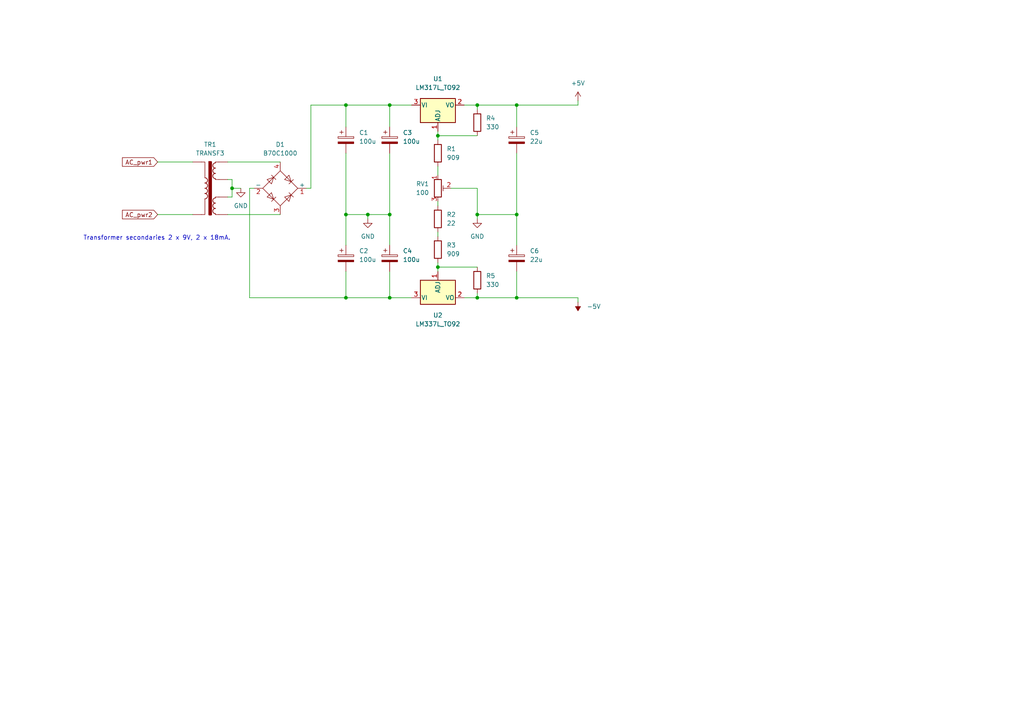
<source format=kicad_sch>
(kicad_sch (version 20230121) (generator eeschema)
  (paper "A4")
  (title_block (title "Symmetric supply"))
  (lib_symbols
    (symbol "Device:C_Polarized" (pin_numbers hide) (pin_names (offset 0.254))
      (property "Reference" "C" (at 0.635 2.54 0))
      (property "Value" "C_Polarized" (at 0.635 -2.54 0))
      (symbol "C_Polarized_0_1"
        (rectangle (start -2.286 0.508) (end 2.286 1.016))
        (polyline (pts (xy -1.778 2.286) (xy -0.762 2.286)))
        (polyline (pts (xy -1.27 2.794) (xy -1.27 1.778)))
        (rectangle (start 2.286 -0.508) (end -2.286 -1.016) (fill (type outline)))
      )
      (symbol "C_Polarized_1_1"
        (pin passive line (at 0 3.81 270) (length 2.794) (name "~") (number "1"))
        (pin passive line (at 0 -3.81 90) (length 2.794) (name "~") (number "2"))
      )
    )
    (symbol "Device:R" (pin_numbers hide) (pin_names (offset 0))
      (property "Reference" "R" (at 2.032 0 90))
      (property "Value" "R" (at 0 0 90))
      (symbol "R_0_1"
        (rectangle (start -1.016 -2.54) (end 1.016 2.54) (stroke (width 0.254)))
      )
      (symbol "R_1_1"
        (pin passive line (at 0 3.81 270) (length 1.27) (name "~") (number "1"))
        (pin passive line (at 0 -3.81 90) (length 1.27) (name "~") (number "2"))
      )
    )
    (symbol "Device:R_Potentiometer_Trim" (pin_names (offset 1.016) hide)
      (property "Reference" "RV" (at -4.445 0 90))
      (property "Value" "R_Potentiometer_Trim" (at -2.54 0 90))
      (symbol "R_Potentiometer_Trim_0_1"
        (polyline (pts (xy 1.524 0.762) (xy 1.524 -0.762)))
        (polyline (pts (xy 2.54 0) (xy 1.524 0)))
        (rectangle (start 1.016 2.54) (end -1.016 -2.54) (stroke (width 0.254)))
      )
      (symbol "R_Potentiometer_Trim_1_1"
        (pin passive line (at 0 3.81 270) (length 1.27) (name "1") (number "1"))
        (pin passive line (at 3.81 0 180) (length 1.27) (name "2") (number "2"))
        (pin passive line (at 0 -3.81 90) (length 1.27) (name "3") (number "3"))
      )
    )
    (symbol "Diode_Bridge:B80C800DM" (pin_names (offset 0))
      (property "Reference" "D" (at 2.54 6.985 0))
      (property "Value" "B80C800DM" (at 2.54 5.08 0))
      (symbol "B80C800DM_0_1"
        (polyline (pts (xy -2.54 3.81) (xy -1.27 2.54)))
        (polyline (pts (xy -1.27 -2.54) (xy -2.54 -3.81)))
        (polyline (pts (xy 2.54 -1.27) (xy 3.81 -2.54)))
        (polyline (pts (xy 2.54 1.27) (xy 3.81 2.54)))
        (polyline (pts (xy -3.81 2.54) (xy -2.54 1.27) (xy -1.905 3.175) (xy -3.81 2.54)))
        (polyline (pts (xy -2.54 -1.27) (xy -3.81 -2.54) (xy -1.905 -3.175) (xy -2.54 -1.27)))
        (polyline (pts (xy 1.27 2.54) (xy 2.54 3.81) (xy 3.175 1.905) (xy 1.27 2.54)))
        (polyline (pts (xy 3.175 -1.905) (xy 1.27 -2.54) (xy 2.54 -3.81) (xy 3.175 -1.905)))
        (polyline (pts (xy -5.08 0) (xy 0 -5.08) (xy 5.08 0) (xy 0 5.08) (xy -5.08 0)))
      )
      (symbol "B80C800DM_1_1"
        (pin passive line (at 7.62 0 180) (length 2.54) (name "+") (number "1"))
        (pin passive line (at -7.62 0 0) (length 2.54) (name "-") (number "2"))
        (pin passive line (at 0 -7.62 90) (length 2.54) (name "~") (number "3"))
        (pin passive line (at 0 7.62 270) (length 2.54) (name "~") (number "4"))
      )
    )
    (symbol "Regulator_Linear:LM317L_TO92" (pin_names (offset 0.254))
      (property "Reference" "U" (at -3.81 3.175 0))
      (property "Value" "LM317L_TO92" (at 0 3.175 0))
      (symbol "LM317L_TO92_0_1"
        (rectangle (start -5.08 1.905) (end 5.08 -5.08) (stroke (width 0.254)) (fill (type background)))
      )
      (symbol "LM317L_TO92_1_1"
        (pin input line (at 0 -7.62 90) (length 2.54) (name "ADJ") (number "1"))
        (pin power_out line (at 7.62 0 180) (length 2.54) (name "VO") (number "2"))
        (pin power_in line (at -7.62 0 0) (length 2.54) (name "VI") (number "3"))
      )
    )
    (symbol "Regulator_Linear:LM337L_TO92" (pin_names (offset 0.254))
      (property "Reference" "U" (at -3.81 -3.175 0))
      (property "Value" "LM337L_TO92" (at 0 -3.175 0))
      (symbol "LM337L_TO92_0_1"
        (rectangle (start -5.08 5.08) (end 5.08 -1.905) (stroke (width 0.254)) (fill (type background)))
      )
      (symbol "LM337L_TO92_1_1"
        (pin input line (at 0 7.62 270) (length 2.54) (name "ADJ") (number "1"))
        (pin power_out line (at 7.62 0 180) (length 2.54) (name "VO") (number "2"))
        (pin power_in line (at -7.62 0 0) (length 2.54) (name "VI") (number "3"))
      )
    )
    (symbol "Transformer:TRANSF3" (pin_numbers hide) (pin_names (offset 0))
      (property "Reference" "TR" (at 0 8.89 0))
      (property "Value" "TRANSF3" (at 0 -8.89 0))
      (symbol "TRANSF3_0_1"
        (arc (start -1.524 -3.048) (mid -0.7653 -2.286) (end -1.524 -1.524) (stroke (width 0.2032)))
        (arc (start -1.524 -1.524) (mid -0.7653 -0.762) (end -1.524 0) (stroke (width 0.2032)))
        (arc (start -1.524 0) (mid -0.7653 0.762) (end -1.524 1.524) (stroke (width 0.2032)))
        (arc (start -1.524 1.524) (mid -0.7653 2.286) (end -1.524 3.048) (stroke (width 0.2032)))
        (rectangle (start -0.254 7.62) (end 0.254 -7.62) (stroke (width 0.508)) (fill (type outline)))
        (polyline (pts (xy -1.524 3.048) (xy -1.524 7.62) (xy -2.54 7.62)))
        (polyline (pts (xy 1.524 -7.366) (xy 1.524 -7.62) (xy 1.524 -7.62)) (fill (type outline)))
        (polyline (pts (xy 1.524 -2.54) (xy 1.524 -2.794) (xy 1.524 -2.794)) (fill (type outline)))
        (polyline (pts (xy 1.524 -2.54) (xy 2.54 -2.54) (xy 2.54 -2.54)))
        (polyline (pts (xy 1.524 2.54) (xy 1.524 2.794) (xy 1.524 2.794)) (fill (type outline)))
        (polyline (pts (xy 1.524 2.54) (xy 2.54 2.54) (xy 2.54 2.54)))
        (polyline (pts (xy 1.524 7.62) (xy 1.524 7.366) (xy 1.524 7.366)) (fill (type outline)))
        (polyline (pts (xy 1.524 7.62) (xy 2.54 7.62) (xy 2.54 7.62)))
        (polyline (pts (xy 2.54 -7.62) (xy 1.524 -7.62) (xy 1.524 -7.62)))
        (polyline (pts (xy -2.54 -7.62) (xy -1.524 -7.62) (xy -1.524 -3.048) (xy -1.524 -4.318)))
        (arc (start 1.524 -5.842) (mid 0.7653 -6.604) (end 1.524 -7.366) (stroke (width 0.2032)))
        (arc (start 1.524 -4.318) (mid 0.7653 -5.08) (end 1.524 -5.842) (stroke (width 0.2032)))
        (arc (start 1.524 -2.794) (mid 0.7653 -3.556) (end 1.524 -4.318) (stroke (width 0.2032)))
        (arc (start 1.524 4.318) (mid 0.7653 3.556) (end 1.524 2.794) (stroke (width 0.2032)))
        (arc (start 1.524 5.842) (mid 0.7653 5.08) (end 1.524 4.318) (stroke (width 0.2032)))
        (arc (start 1.524 7.366) (mid 0.7653 6.604) (end 1.524 5.842) (stroke (width 0.2032)))
      )
      (symbol "TRANSF3_1_1"
        (pin passive line (at -5.08 7.62 0) (length 2.54) (name "~") (number "1"))
        (pin passive line (at -5.08 -7.62 0) (length 2.54) (name "~") (number "2"))
        (pin passive line (at 5.08 7.62 180) (length 2.54) (name "~") (number "3"))
        (pin passive line (at 5.08 2.54 180) (length 2.54) (name "~") (number "4"))
        (pin passive line (at 5.08 -2.54 180) (length 2.54) (name "~") (number "5"))
        (pin passive line (at 5.08 -7.62 180) (length 2.54) (name "~") (number "6"))
      )
    )
    (symbol "power:+5V" (power) (pin_names (offset 0))
      (property "Value" "+5V" (at 0 3.556 0))
      (symbol "+5V_0_1"
        (polyline (pts (xy -0.762 1.27) (xy 0 2.54)))
        (polyline (pts (xy 0 0) (xy 0 2.54)))
        (polyline (pts (xy 0 2.54) (xy 0.762 1.27)))
      )
      (symbol "+5V_1_1"
        (pin power_in line (at 0 0 90) (length 0) hide (name "+5V") (number "1"))
      )
    )
    (symbol "power:-5V" (power) (pin_names (offset 0))
      (property "Value" "-5V" (at 0 3.81 0))
      (symbol "-5V_0_0"
        (pin power_in line (at 0 0 90) (length 0) hide (name "-5V") (number "1"))
      )
      (symbol "-5V_0_1"
        (polyline (pts (xy 0 0) (xy 0 1.27) (xy 0.762 1.27) (xy 0 2.54) (xy -0.762 1.27) (xy 0 1.27)) (fill (type outline)))
      )
    )
    (symbol "power:GND" (power) (pin_names (offset 0))
      (property "Value" "GND" (at 0 -3.81 0))
      (symbol "GND_0_1"
        (polyline (pts (xy 0 0) (xy 0 -1.27) (xy 1.27 -1.27) (xy 0 -2.54) (xy -1.27 -1.27) (xy 0 -1.27)))
      )
      (symbol "GND_1_1"
        (pin power_in line (at 0 0 270) (length 0) hide (name "GND") (number "1"))
      )
    )
  )
  (junction (at 149.86 30.48))
  (junction (at 138.43 62.23))
  (junction (at 100.33 86.36))
  (junction (at 106.68 62.23))
  (junction (at 127 39.37))
  (junction (at 100.33 30.48))
  (junction (at 138.43 86.36))
  (junction (at 113.03 86.36))
  (junction (at 100.33 62.23))
  (junction (at 113.03 30.48))
  (junction (at 149.86 86.36))
  (junction (at 113.03 62.23))
  (junction (at 138.43 30.48))
  (junction (at 127 77.47))
  (junction (at 67.31 54.61))
  (junction (at 149.86 62.23))
  (wire (pts (xy 90.17 30.48) (xy 100.33 30.48)))
  (wire (pts (xy 106.68 62.23) (xy 113.03 62.23)))
  (wire (pts (xy 100.33 86.36) (xy 113.03 86.36)))
  (wire (pts (xy 127 58.42) (xy 127 59.69)))
  (wire (pts (xy 100.33 30.48) (xy 113.03 30.48)))
  (wire (pts (xy 67.31 52.07) (xy 67.31 54.61)))
  (wire (pts (xy 73.66 54.61) (xy 72.39 54.61)))
  (wire (pts (xy 113.03 86.36) (xy 119.38 86.36)))
  (wire (pts (xy 67.31 54.61) (xy 69.85 54.61)))
  (wire (pts (xy 138.43 54.61) (xy 138.43 62.23)))
  (wire (pts (xy 134.62 30.48) (xy 138.43 30.48)))
  (wire (pts (xy 127 77.47) (xy 138.43 77.47)))
  (wire (pts (xy 72.39 86.36) (xy 100.33 86.36)))
  (wire (pts (xy 100.33 44.45) (xy 100.33 62.23)))
  (wire (pts (xy 127 38.1) (xy 127 39.37)))
  (wire (pts (xy 149.86 30.48) (xy 138.43 30.48)))
  (wire (pts (xy 67.31 54.61) (xy 67.31 57.15)))
  (wire (pts (xy 167.64 29.21) (xy 167.64 30.48)))
  (wire (pts (xy 149.86 30.48) (xy 167.64 30.48)))
  (wire (pts (xy 113.03 62.23) (xy 113.03 71.12)))
  (wire (pts (xy 138.43 86.36) (xy 149.86 86.36)))
  (wire (pts (xy 66.04 62.23) (xy 81.28 62.23)))
  (wire (pts (xy 138.43 62.23) (xy 138.43 63.5)))
  (wire (pts (xy 134.62 86.36) (xy 138.43 86.36)))
  (wire (pts (xy 45.72 46.99) (xy 55.88 46.99)))
  (wire (pts (xy 167.64 86.36) (xy 167.64 87.63)))
  (wire (pts (xy 138.43 85.09) (xy 138.43 86.36)))
  (wire (pts (xy 66.04 46.99) (xy 81.28 46.99)))
  (wire (pts (xy 100.33 78.74) (xy 100.33 86.36)))
  (wire (pts (xy 130.81 54.61) (xy 138.43 54.61)))
  (wire (pts (xy 113.03 30.48) (xy 119.38 30.48)))
  (wire (pts (xy 100.33 30.48) (xy 100.33 36.83)))
  (wire (pts (xy 127 77.47) (xy 127 78.74)))
  (wire (pts (xy 100.33 62.23) (xy 100.33 71.12)))
  (wire (pts (xy 113.03 78.74) (xy 113.03 86.36)))
  (wire (pts (xy 90.17 54.61) (xy 90.17 30.48)))
  (wire (pts (xy 127 39.37) (xy 138.43 39.37)))
  (wire (pts (xy 72.39 54.61) (xy 72.39 86.36)))
  (wire (pts (xy 66.04 52.07) (xy 67.31 52.07)))
  (wire (pts (xy 149.86 86.36) (xy 167.64 86.36)))
  (wire (pts (xy 100.33 62.23) (xy 106.68 62.23)))
  (wire (pts (xy 127 39.37) (xy 127 40.64)))
  (wire (pts (xy 66.04 57.15) (xy 67.31 57.15)))
  (wire (pts (xy 149.86 78.74) (xy 149.86 86.36)))
  (wire (pts (xy 149.86 62.23) (xy 149.86 71.12)))
  (wire (pts (xy 127 67.31) (xy 127 68.58)))
  (wire (pts (xy 127 48.26) (xy 127 50.8)))
  (wire (pts (xy 113.03 30.48) (xy 113.03 36.83)))
  (wire (pts (xy 138.43 30.48) (xy 138.43 31.75)))
  (wire (pts (xy 88.9 54.61) (xy 90.17 54.61)))
  (wire (pts (xy 127 76.2) (xy 127 77.47)))
  (wire (pts (xy 149.86 36.83) (xy 149.86 30.48)))
  (wire (pts (xy 113.03 44.45) (xy 113.03 62.23)))
  (wire (pts (xy 106.68 62.23) (xy 106.68 63.5)))
  (wire (pts (xy 45.72 62.23) (xy 55.88 62.23)))
  (wire (pts (xy 149.86 44.45) (xy 149.86 62.23)))
  (wire (pts (xy 138.43 62.23) (xy 149.86 62.23)))
  (text "Transformer secondaries 2 x 9V, 2 x 18mA." (at 24.13 69.85 0) (effects (font (size 1.27 1.27)) (justify left bottom)))
  (global_label "AC_pwr2" (shape input) (at 45.72 62.23 180) (property "Intersheetrefs" "${INTERSHEET_REFS}" (effects hide)))
  (global_label "AC_pwr1" (shape input) (at 45.72 46.99 180) (property "Intersheetrefs" "${INTERSHEET_REFS}" (effects hide)))
  (symbol (lib_id "Device:C_Polarized") (at 100.33 74.93 0) (unit 1)
    (property "Reference" "C2" (at 104.14 72.7709 0) (effects (justify left)))
    (property "Value" "100u" (at 104.14 75.3109 0) (effects (justify left)))
  )
  (symbol (lib_id "power:GND") (at 69.85 54.61 0) (unit 1)
    (property "Reference" "#PWR01" (effects hide))
    (property "Value" "GND" (at 69.85 59.69 0))
  )
  (symbol (lib_id "Device:C_Polarized") (at 149.86 74.93 0) (unit 1)
    (property "Reference" "C6" (at 153.67 72.7709 0) (effects (justify left)))
    (property "Value" "22u" (at 153.67 75.3109 0) (effects (justify left)))
  )
  (symbol (lib_id "Device:C_Polarized") (at 113.03 40.64 0) (unit 1)
    (property "Reference" "C3" (at 116.84 38.4809 0) (effects (justify left)))
    (property "Value" "100u" (at 116.84 41.0209 0) (effects (justify left)))
  )
  (symbol (lib_id "Transformer:TRANSF3") (at 60.96 54.61 0) (unit 1)
    (property "Reference" "TR1" (at 60.96 41.91 0))
    (property "Value" "TRANSF3" (at 60.96 44.45 0))
  )
  (symbol (lib_id "power:GND") (at 138.43 63.5 0) (unit 1)
    (property "Reference" "#PWR03" (effects hide))
    (property "Value" "GND" (at 138.43 68.58 0))
  )
  (symbol (lib_id "power:-5V") (at 167.64 87.63 180) (unit 1)
    (property "Reference" "#PWR05" (effects hide))
    (property "Value" "-5V" (at 170.18 88.8999 0) (effects (justify right)))
  )
  (symbol (lib_id "power:GND") (at 106.68 63.5 0) (unit 1)
    (property "Reference" "#PWR02" (effects hide))
    (property "Value" "GND" (at 106.68 68.58 0))
  )
  (symbol (lib_id "Device:R_Potentiometer_Trim") (at 127 54.61 0) (unit 1)
    (property "Reference" "RV1" (at 124.46 53.3399 0) (effects (justify right)))
    (property "Value" "100" (at 124.46 55.8799 0) (effects (justify right)))
  )
  (symbol (lib_id "Device:C_Polarized") (at 100.33 40.64 0) (unit 1)
    (property "Reference" "C1" (at 104.14 38.4809 0) (effects (justify left)))
    (property "Value" "100u" (at 104.14 41.0209 0) (effects (justify left)))
  )
  (symbol (lib_id "Device:R") (at 127 44.45 180) (unit 1)
    (property "Reference" "R1" (at 129.54 43.1799 0) (effects (justify right)))
    (property "Value" "909" (at 129.54 45.7199 0) (effects (justify right)))
  )
  (symbol (lib_id "Device:C_Polarized") (at 113.03 74.93 0) (unit 1)
    (property "Reference" "C4" (at 116.84 72.7709 0) (effects (justify left)))
    (property "Value" "100u" (at 116.84 75.3109 0) (effects (justify left)))
  )
  (symbol (lib_id "Regulator_Linear:LM337L_TO92") (at 127 86.36 0) (unit 1)
    (property "Reference" "U2" (at 127 91.44 0))
    (property "Value" "LM337L_TO92" (at 127 93.98 0))
    (property "Footprint" "Package_TO_SOT_THT:TO-92_Inline" (effects hide))
    (property "Datasheet" "http://www.ti.com/lit/ds/symlink/lm337l.pdf" (effects hide))
  )
  (symbol (lib_id "Device:R") (at 127 72.39 180) (unit 1)
    (property "Reference" "R3" (at 129.54 71.1199 0) (effects (justify right)))
    (property "Value" "909" (at 129.54 73.6599 0) (effects (justify right)))
  )
  (symbol (lib_id "Device:C_Polarized") (at 149.86 40.64 0) (unit 1)
    (property "Reference" "C5" (at 153.67 38.4809 0) (effects (justify left)))
    (property "Value" "22u" (at 153.67 41.0209 0) (effects (justify left)))
  )
  (symbol (lib_id "Regulator_Linear:LM317L_TO92") (at 127 30.48 0) (unit 1)
    (property "Reference" "U1" (at 127 22.86 0))
    (property "Value" "LM317L_TO92" (at 127 25.4 0))
    (property "Footprint" "Package_TO_SOT_THT:TO-92_Inline" (effects hide))
    (property "Datasheet" "http://www.ti.com/lit/ds/snvs775k/snvs775k.pdf" (effects hide))
  )
  (symbol (lib_id "Device:R") (at 127 63.5 180) (unit 1)
    (property "Reference" "R2" (at 129.54 62.2299 0) (effects (justify right)))
    (property "Value" "22" (at 129.54 64.7699 0) (effects (justify right)))
  )
  (symbol (lib_id "power:+5V") (at 167.64 29.21 0) (unit 1)
    (property "Reference" "#PWR04" (effects hide))
    (property "Value" "+5V" (at 167.64 24.13 0))
  )
  (symbol (lib_id "Diode_Bridge:B80C800DM") (at 81.28 54.61 0) (unit 1)
    (property "Reference" "D1" (at 81.28 41.91 0))
    (property "Value" "B70C1000" (at 81.28 44.45 0))
    (property "Footprint" "Diode_THT:Diode_Bridge_DIP-4_W7.62mm_P5.08mm" (effects hide))
    (property "Datasheet" "https://www.vishay.com/docs/88533/800dm.pdf" (effects hide))
  )
  (symbol (lib_id "Device:R") (at 138.43 81.28 180) (unit 1)
    (property "Reference" "R5" (at 140.97 80.0099 0) (effects (justify right)))
    (property "Value" "330" (at 140.97 82.5499 0) (effects (justify right)))
  )
  (symbol (lib_id "Device:R") (at 138.43 35.56 180) (unit 1)
    (property "Reference" "R4" (at 140.97 34.2899 0) (effects (justify right)))
    (property "Value" "330" (at 140.97 36.8299 0) (effects (justify right)))
  )
)
</source>
